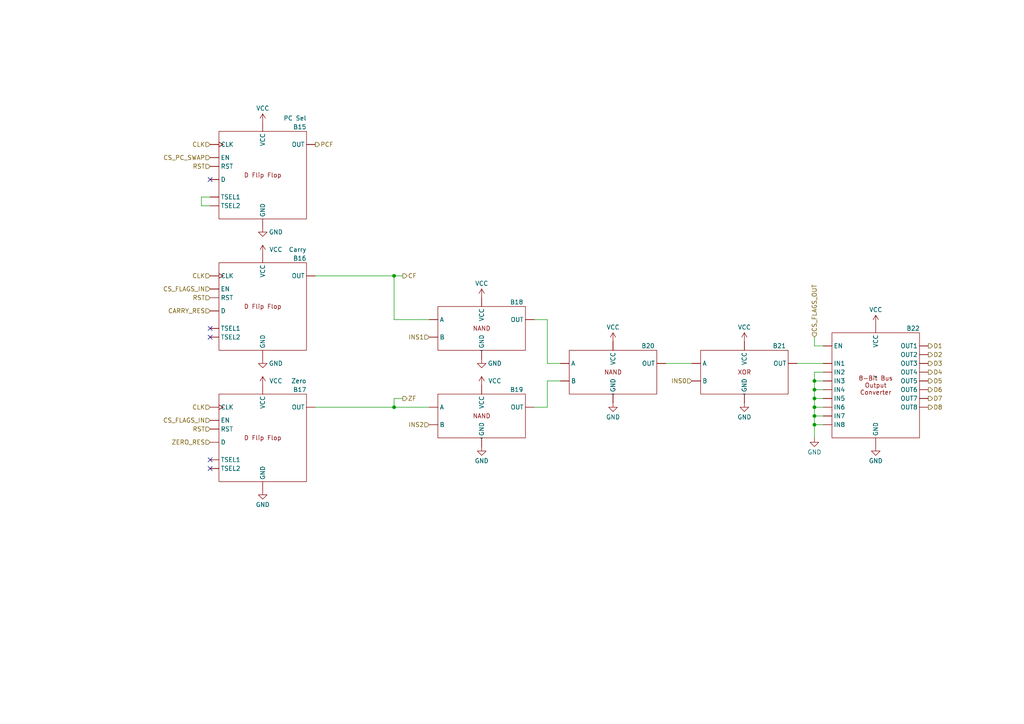
<source format=kicad_sch>
(kicad_sch (version 20230121) (generator eeschema)
  (paper "A4")
  (lib_symbols
    (symbol "MiniDragon:8-bit Bus Output"
      (property "Reference" "B" (at -12.7 16.51 0))
      (symbol "8-bit Bus Output_0_1"
        (rectangle (start -12.7 15.24) (end 12.7 -15.24))
      )
      (symbol "8-bit Bus Output_1_1"
        (text "8-Bit Bus\nOutput\nConverter" (at 0 0 0) (effects (font (size 1.27 1.27))))
        (pin input line (at -15.24 11.43 0) (length 2.54) (name "EN") (number ""))
        (pin power_in line (at 0 -17.78 90) (length 2.54) (name "GND") (number ""))
        (pin input line (at -15.24 6.35 0) (length 2.54) (name "IN1") (number ""))
        (pin input line (at -15.24 3.81 0) (length 2.54) (name "IN2") (number ""))
        (pin input line (at -15.24 1.27 0) (length 2.54) (name "IN3") (number ""))
        (pin input line (at -15.24 -1.27 0) (length 2.54) (name "IN4") (number ""))
        (pin input line (at -15.24 -3.81 0) (length 2.54) (name "IN5") (number ""))
        (pin input line (at -15.24 -6.35 0) (length 2.54) (name "IN6") (number ""))
        (pin input line (at -15.24 -8.89 0) (length 2.54) (name "IN7") (number ""))
        (pin input line (at -15.24 -11.43 0) (length 2.54) (name "IN8") (number ""))
        (pin open_collector line (at 15.24 11.43 180) (length 2.54) (name "OUT1") (number ""))
        (pin open_collector line (at 15.24 8.89 180) (length 2.54) (name "OUT2") (number ""))
        (pin open_collector line (at 15.24 6.35 180) (length 2.54) (name "OUT3") (number ""))
        (pin open_collector line (at 15.24 3.81 180) (length 2.54) (name "OUT4") (number ""))
        (pin open_collector line (at 15.24 1.27 180) (length 2.54) (name "OUT5") (number ""))
        (pin open_collector line (at 15.24 -1.27 180) (length 2.54) (name "OUT6") (number ""))
        (pin open_collector line (at 15.24 -3.81 180) (length 2.54) (name "OUT7") (number ""))
        (pin open_collector line (at 15.24 -6.35 180) (length 2.54) (name "OUT8") (number ""))
        (pin power_in line (at 0 17.78 270) (length 2.54) (name "VCC") (number ""))
      )
    )
    (symbol "MiniDragon:D Flip Flop"
      (property "Reference" "B" (at -12.7 13.97 0))
      (symbol "D Flip Flop_0_1"
        (rectangle (start -12.7 12.7) (end 12.7 -12.7))
      )
      (symbol "D Flip Flop_1_1"
        (text "D Flip Flop" (at 0 0 0) (effects (font (size 1.27 1.27))))
        (pin input clock (at -15.24 8.89 0) (length 2.54) (name "CLK") (number ""))
        (pin input line (at -15.24 -1.27 0) (length 2.54) (name "D") (number ""))
        (pin input line (at -15.24 5.08 0) (length 2.54) (name "EN") (number ""))
        (pin power_in line (at 0 -15.24 90) (length 2.54) (name "GND") (number ""))
        (pin output line (at 15.24 8.89 180) (length 2.54) (name "OUT") (number ""))
        (pin input line (at -15.24 2.54 0) (length 2.54) (name "RST") (number ""))
        (pin passive line (at -15.24 -6.35 0) (length 2.54) (name "TSEL1") (number ""))
        (pin passive line (at -15.24 -8.89 0) (length 2.54) (name "TSEL2") (number ""))
        (pin power_in line (at 0 15.24 270) (length 2.54) (name "VCC") (number ""))
      )
    )
    (symbol "MiniDragon:Logic NAND"
      (property "Reference" "B" (at -12.7 7.62 0))
      (symbol "Logic NAND_0_1"
        (rectangle (start -12.7 6.35) (end 12.7 -6.35))
      )
      (symbol "Logic NAND_1_1"
        (text "NAND" (at 0 0 0) (effects (font (size 1.27 1.27))))
        (pin input line (at -15.24 2.54 0) (length 2.54) (name "A") (number ""))
        (pin input line (at -15.24 -2.54 0) (length 2.54) (name "B") (number ""))
        (pin power_in line (at 0 -8.89 90) (length 2.54) (name "GND") (number ""))
        (pin output line (at 15.24 2.54 180) (length 2.54) (name "OUT") (number ""))
        (pin power_in line (at 0 8.89 270) (length 2.54) (name "VCC") (number ""))
      )
    )
    (symbol "MiniDragon:Logic XOR"
      (property "Reference" "B" (at -12.7 7.62 0))
      (symbol "Logic XOR_0_1"
        (rectangle (start -12.7 6.35) (end 12.7 -6.35))
      )
      (symbol "Logic XOR_1_1"
        (text "XOR" (at 0 0 0) (effects (font (size 1.27 1.27))))
        (pin input line (at -15.24 2.54 0) (length 2.54) (name "A") (number ""))
        (pin input line (at -15.24 -2.54 0) (length 2.54) (name "B") (number ""))
        (pin power_in line (at 0 -8.89 90) (length 2.54) (name "GND") (number ""))
        (pin output line (at 15.24 2.54 180) (length 2.54) (name "OUT") (number ""))
        (pin power_in line (at 0 8.89 270) (length 2.54) (name "VCC") (number ""))
      )
    )
    (symbol "power:GND" (power) (pin_names (offset 0))
      (property "Value" "GND" (at 0 -3.81 0))
      (symbol "GND_0_1"
        (polyline (pts (xy 0 0) (xy 0 -1.27) (xy 1.27 -1.27) (xy 0 -2.54) (xy -1.27 -1.27) (xy 0 -1.27)))
      )
      (symbol "GND_1_1"
        (pin power_in line (at 0 0 270) (length 0) hide (name "GND") (number "1"))
      )
    )
    (symbol "power:VCC" (power) (pin_names (offset 0))
      (property "Value" "VCC" (at 0 3.81 0))
      (symbol "VCC_0_1"
        (polyline (pts (xy -0.762 1.27) (xy 0 2.54)))
        (polyline (pts (xy 0 0) (xy 0 2.54)))
        (polyline (pts (xy 0 2.54) (xy 0.762 1.27)))
      )
      (symbol "VCC_1_1"
        (pin power_in line (at 0 0 90) (length 0) hide (name "VCC") (number "1"))
      )
    )
  )
  (junction (at 236.22 115.57))
  (junction (at 114.3 80.01))
  (junction (at 236.22 113.03))
  (junction (at 114.3 118.11))
  (junction (at 236.22 110.49))
  (junction (at 236.22 120.65))
  (junction (at 236.22 123.19))
  (junction (at 236.22 118.11))
  (no_connect (at 60.96 133.35))
  (no_connect (at 60.96 135.89))
  (no_connect (at 60.96 95.25))
  (no_connect (at 60.96 52.07))
  (no_connect (at 60.96 97.79))
  (wire (pts (xy 236.22 118.11) (xy 238.76 118.11)))
  (wire (pts (xy 158.75 110.49) (xy 162.56 110.49)))
  (wire (pts (xy 114.3 80.01) (xy 116.84 80.01)))
  (wire (pts (xy 158.75 92.71) (xy 158.75 105.41)))
  (wire (pts (xy 236.22 123.19) (xy 238.76 123.19)))
  (wire (pts (xy 114.3 80.01) (xy 114.3 92.71)))
  (wire (pts (xy 154.94 92.71) (xy 158.75 92.71)))
  (wire (pts (xy 114.3 118.11) (xy 124.46 118.11)))
  (wire (pts (xy 60.96 57.15) (xy 58.42 57.15)))
  (wire (pts (xy 236.22 110.49) (xy 238.76 110.49)))
  (wire (pts (xy 116.84 115.57) (xy 114.3 115.57)))
  (wire (pts (xy 114.3 92.71) (xy 124.46 92.71)))
  (wire (pts (xy 236.22 118.11) (xy 236.22 120.65)))
  (wire (pts (xy 236.22 100.33) (xy 236.22 97.79)))
  (wire (pts (xy 236.22 115.57) (xy 238.76 115.57)))
  (wire (pts (xy 114.3 115.57) (xy 114.3 118.11)))
  (wire (pts (xy 58.42 59.69) (xy 60.96 59.69)))
  (wire (pts (xy 236.22 107.95) (xy 236.22 110.49)))
  (wire (pts (xy 193.04 105.41) (xy 200.66 105.41)))
  (wire (pts (xy 238.76 107.95) (xy 236.22 107.95)))
  (wire (pts (xy 236.22 120.65) (xy 236.22 123.19)))
  (wire (pts (xy 231.14 105.41) (xy 238.76 105.41)))
  (wire (pts (xy 91.44 118.11) (xy 114.3 118.11)))
  (wire (pts (xy 154.94 118.11) (xy 158.75 118.11)))
  (wire (pts (xy 236.22 113.03) (xy 236.22 115.57)))
  (wire (pts (xy 158.75 105.41) (xy 162.56 105.41)))
  (wire (pts (xy 158.75 118.11) (xy 158.75 110.49)))
  (wire (pts (xy 58.42 57.15) (xy 58.42 59.69)))
  (wire (pts (xy 91.44 80.01) (xy 114.3 80.01)))
  (wire (pts (xy 236.22 110.49) (xy 236.22 113.03)))
  (wire (pts (xy 236.22 123.19) (xy 236.22 127)))
  (wire (pts (xy 236.22 113.03) (xy 238.76 113.03)))
  (wire (pts (xy 238.76 100.33) (xy 236.22 100.33)))
  (wire (pts (xy 236.22 120.65) (xy 238.76 120.65)))
  (wire (pts (xy 236.22 115.57) (xy 236.22 118.11)))
  (hierarchical_label "INS2" (shape input) (at 124.46 123.19 180))
  (hierarchical_label "ZF" (shape output) (at 116.84 115.57 0))
  (hierarchical_label "D1" (shape output) (at 269.24 100.33 0))
  (hierarchical_label "CARRY_RES" (shape input) (at 60.96 90.17 180))
  (hierarchical_label "D7" (shape output) (at 269.24 115.57 0))
  (hierarchical_label "INS0" (shape input) (at 200.66 110.49 180))
  (hierarchical_label "INS1" (shape input) (at 124.46 97.79 180))
  (hierarchical_label "ZERO_RES" (shape input) (at 60.96 128.27 180))
  (hierarchical_label "CLK" (shape input) (at 60.96 80.01 180))
  (hierarchical_label "CS_FLAGS_OUT" (shape input) (at 236.22 97.79 90))
  (hierarchical_label "PCF" (shape output) (at 91.44 41.91 0))
  (hierarchical_label "CF" (shape output) (at 116.84 80.01 0))
  (hierarchical_label "CLK" (shape input) (at 60.96 118.11 180))
  (hierarchical_label "RST" (shape input) (at 60.96 86.36 180))
  (hierarchical_label "CS_FLAGS_IN" (shape input) (at 60.96 121.92 180))
  (hierarchical_label "D5" (shape output) (at 269.24 110.49 0))
  (hierarchical_label "CS_FLAGS_IN" (shape input) (at 60.96 83.82 180))
  (hierarchical_label "D2" (shape output) (at 269.24 102.87 0))
  (hierarchical_label "CS_PC_SWAP" (shape input) (at 60.96 45.72 180))
  (hierarchical_label "RST" (shape input) (at 60.96 48.26 180))
  (hierarchical_label "CLK" (shape input) (at 60.96 41.91 180))
  (hierarchical_label "RST" (shape input) (at 60.96 124.46 180))
  (hierarchical_label "D8" (shape output) (at 269.24 118.11 0))
  (hierarchical_label "D4" (shape output) (at 269.24 107.95 0))
  (hierarchical_label "D3" (shape output) (at 269.24 105.41 0))
  (hierarchical_label "D6" (shape output) (at 269.24 113.03 0))
  (symbol (lib_id "MiniDragon:Logic NAND") (at 177.8 107.95 0) (unit 1)
    (property "Reference" "B20" (at 187.96 100.33 0))
    (property "Value" "~" (at 177.8 114.3 0))
  )
  (symbol (lib_id "power:VCC") (at 139.7 86.36 0) (unit 1)
    (property "Reference" "#PWR032" (effects hide))
    (property "Value" "VCC" (at 139.7 82.2269 0))
  )
  (symbol (lib_id "MiniDragon:8-bit Bus Output") (at 254 111.76 0) (unit 1)
    (property "Reference" "B22" (at 262.89 95.25 0) (effects (justify left)))
    (property "Value" "~" (at 254 109.22 0))
  )
  (symbol (lib_id "power:VCC") (at 215.9 99.06 0) (unit 1)
    (property "Reference" "#PWR030" (effects hide))
    (property "Value" "VCC" (at 215.9 94.9269 0))
  )
  (symbol (lib_id "power:VCC") (at 76.2 73.66 0) (unit 1)
    (property "Reference" "#PWR035" (effects hide))
    (property "Value" "VCC" (at 80.01 72.39 0))
  )
  (symbol (lib_id "MiniDragon:Logic XOR") (at 215.9 107.95 0) (unit 1)
    (property "Reference" "B21" (at 226.06 100.33 0))
    (property "Value" "~" (at 215.9 114.3 0))
  )
  (symbol (lib_id "power:GND") (at 236.22 127 0) (unit 1)
    (property "Reference" "#PWR045" (effects hide))
    (property "Value" "GND" (at 236.22 131.1331 0))
  )
  (symbol (lib_id "power:GND") (at 254 129.54 0) (unit 1)
    (property "Reference" "#PWR044" (effects hide))
    (property "Value" "GND" (at 254 133.6731 0))
  )
  (symbol (lib_id "power:VCC") (at 177.8 99.06 0) (unit 1)
    (property "Reference" "#PWR031" (effects hide))
    (property "Value" "VCC" (at 177.8 94.9269 0))
  )
  (symbol (lib_id "power:GND") (at 76.2 104.14 0) (unit 1)
    (property "Reference" "#PWR038" (effects hide))
    (property "Value" "GND" (at 80.01 105.41 0))
  )
  (symbol (lib_id "MiniDragon:Logic NAND") (at 139.7 95.25 0) (unit 1)
    (property "Reference" "B18" (at 149.86 87.63 0))
    (property "Value" "~" (at 139.7 101.6 0))
  )
  (symbol (lib_id "power:GND") (at 215.9 116.84 0) (unit 1)
    (property "Reference" "#PWR043" (effects hide))
    (property "Value" "GND" (at 215.9 120.9731 0))
  )
  (symbol (lib_id "power:GND") (at 177.8 116.84 0) (unit 1)
    (property "Reference" "#PWR042" (effects hide))
    (property "Value" "GND" (at 177.8 120.9731 0))
  )
  (symbol (lib_id "power:VCC") (at 76.2 111.76 0) (unit 1)
    (property "Reference" "#PWR034" (effects hide))
    (property "Value" "VCC" (at 80.01 110.49 0))
  )
  (symbol (lib_id "MiniDragon:D Flip Flop") (at 76.2 127 0) (unit 1)
    (property "Reference" "B17" (at 88.9 113.03 0) (effects (justify right)))
    (property "Value" "Zero" (at 88.9 110.49 0) (effects (justify right)))
  )
  (symbol (lib_id "power:GND") (at 76.2 142.24 0) (unit 1)
    (property "Reference" "#PWR039" (effects hide))
    (property "Value" "GND" (at 76.2 146.3731 0))
  )
  (symbol (lib_id "MiniDragon:Logic NAND") (at 139.7 120.65 0) (unit 1)
    (property "Reference" "B19" (at 149.86 113.03 0))
    (property "Value" "~" (at 139.7 127 0))
  )
  (symbol (lib_id "MiniDragon:D Flip Flop") (at 76.2 88.9 0) (unit 1)
    (property "Reference" "B16" (at 88.9 74.93 0) (effects (justify right)))
    (property "Value" "Carry" (at 88.9 72.39 0) (effects (justify right)))
  )
  (symbol (lib_id "power:VCC") (at 76.2 35.56 0) (unit 1)
    (property "Reference" "#PWR036" (effects hide))
    (property "Value" "VCC" (at 76.2 31.4269 0))
  )
  (symbol (lib_id "power:GND") (at 139.7 129.54 0) (unit 1)
    (property "Reference" "#PWR040" (effects hide))
    (property "Value" "GND" (at 139.7 133.6731 0))
  )
  (symbol (lib_id "MiniDragon:D Flip Flop") (at 76.2 50.8 0) (unit 1)
    (property "Reference" "B15" (at 88.9 36.83 0) (effects (justify right)))
    (property "Value" "PC Sel" (at 88.9 34.29 0) (effects (justify right)))
  )
  (symbol (lib_id "power:VCC") (at 254 93.98 0) (unit 1)
    (property "Reference" "#PWR029" (effects hide))
    (property "Value" "VCC" (at 254 89.8469 0))
  )
  (symbol (lib_id "power:GND") (at 76.2 66.04 0) (unit 1)
    (property "Reference" "#PWR037" (effects hide))
    (property "Value" "GND" (at 80.01 67.31 0))
  )
  (symbol (lib_id "power:VCC") (at 139.7 111.76 0) (unit 1)
    (property "Reference" "#PWR033" (effects hide))
    (property "Value" "VCC" (at 143.51 110.49 0))
  )
  (symbol (lib_id "power:GND") (at 139.7 104.14 0) (unit 1)
    (property "Reference" "#PWR041" (effects hide))
    (property "Value" "GND" (at 143.51 105.41 0))
  )
)
</source>
